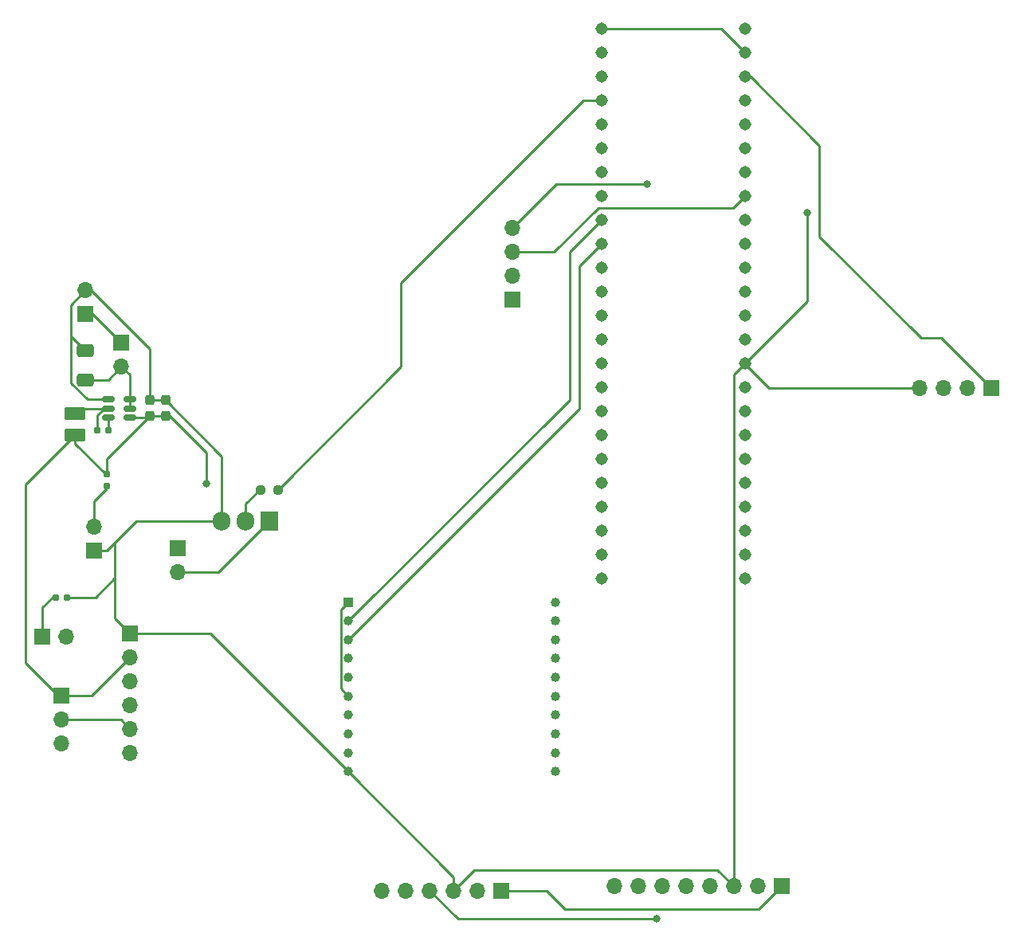
<source format=gbr>
%TF.GenerationSoftware,KiCad,Pcbnew,7.0.10*%
%TF.CreationDate,2024-03-13T10:09:45-04:00*%
%TF.ProjectId,MainPCB,4d61696e-5043-4422-9e6b-696361645f70,rev?*%
%TF.SameCoordinates,Original*%
%TF.FileFunction,Copper,L1,Top*%
%TF.FilePolarity,Positive*%
%FSLAX46Y46*%
G04 Gerber Fmt 4.6, Leading zero omitted, Abs format (unit mm)*
G04 Created by KiCad (PCBNEW 7.0.10) date 2024-03-13 10:09:45*
%MOMM*%
%LPD*%
G01*
G04 APERTURE LIST*
G04 Aperture macros list*
%AMRoundRect*
0 Rectangle with rounded corners*
0 $1 Rounding radius*
0 $2 $3 $4 $5 $6 $7 $8 $9 X,Y pos of 4 corners*
0 Add a 4 corners polygon primitive as box body*
4,1,4,$2,$3,$4,$5,$6,$7,$8,$9,$2,$3,0*
0 Add four circle primitives for the rounded corners*
1,1,$1+$1,$2,$3*
1,1,$1+$1,$4,$5*
1,1,$1+$1,$6,$7*
1,1,$1+$1,$8,$9*
0 Add four rect primitives between the rounded corners*
20,1,$1+$1,$2,$3,$4,$5,0*
20,1,$1+$1,$4,$5,$6,$7,0*
20,1,$1+$1,$6,$7,$8,$9,0*
20,1,$1+$1,$8,$9,$2,$3,0*%
G04 Aperture macros list end*
%TA.AperFunction,ComponentPad*%
%ADD10R,1.700000X1.700000*%
%TD*%
%TA.AperFunction,ComponentPad*%
%ADD11O,1.700000X1.700000*%
%TD*%
%TA.AperFunction,ComponentPad*%
%ADD12C,1.308000*%
%TD*%
%TA.AperFunction,SMDPad,CuDef*%
%ADD13RoundRect,0.155000X0.212500X0.155000X-0.212500X0.155000X-0.212500X-0.155000X0.212500X-0.155000X0*%
%TD*%
%TA.AperFunction,SMDPad,CuDef*%
%ADD14RoundRect,0.237500X-0.237500X0.300000X-0.237500X-0.300000X0.237500X-0.300000X0.237500X0.300000X0*%
%TD*%
%TA.AperFunction,SMDPad,CuDef*%
%ADD15RoundRect,0.160000X0.160000X-0.197500X0.160000X0.197500X-0.160000X0.197500X-0.160000X-0.197500X0*%
%TD*%
%TA.AperFunction,SMDPad,CuDef*%
%ADD16RoundRect,0.160000X0.197500X0.160000X-0.197500X0.160000X-0.197500X-0.160000X0.197500X-0.160000X0*%
%TD*%
%TA.AperFunction,SMDPad,CuDef*%
%ADD17RoundRect,0.237500X-0.250000X-0.237500X0.250000X-0.237500X0.250000X0.237500X-0.250000X0.237500X0*%
%TD*%
%TA.AperFunction,SMDPad,CuDef*%
%ADD18RoundRect,0.250001X-0.849999X0.462499X-0.849999X-0.462499X0.849999X-0.462499X0.849999X0.462499X0*%
%TD*%
%TA.AperFunction,ComponentPad*%
%ADD19R,1.905000X2.000000*%
%TD*%
%TA.AperFunction,ComponentPad*%
%ADD20O,1.905000X2.000000*%
%TD*%
%TA.AperFunction,SMDPad,CuDef*%
%ADD21RoundRect,0.250000X0.650000X-0.412500X0.650000X0.412500X-0.650000X0.412500X-0.650000X-0.412500X0*%
%TD*%
%TA.AperFunction,ComponentPad*%
%ADD22R,1.008000X1.008000*%
%TD*%
%TA.AperFunction,ComponentPad*%
%ADD23C,1.008000*%
%TD*%
%TA.AperFunction,SMDPad,CuDef*%
%ADD24RoundRect,0.150000X0.512500X0.150000X-0.512500X0.150000X-0.512500X-0.150000X0.512500X-0.150000X0*%
%TD*%
%TA.AperFunction,ViaPad*%
%ADD25C,0.800000*%
%TD*%
%TA.AperFunction,Conductor*%
%ADD26C,0.250000*%
%TD*%
G04 APERTURE END LIST*
D10*
%TO.P,Buzzer1,1,Pin_1*%
%TO.N,Net-(Buzzer1-Pin_1)*%
X44960000Y-109750000D03*
D11*
%TO.P,Buzzer1,2,Pin_2*%
%TO.N,Net-(Buzzer1-Pin_2)*%
X47500000Y-109750000D03*
%TD*%
D10*
%TO.P,ASPD-4525,1,GND*%
%TO.N,GND*%
X54300000Y-109390000D03*
D11*
%TO.P,ASPD-4525,2,5V*%
%TO.N,+5V*%
X54300000Y-111930000D03*
%TO.P,ASPD-4525,3,SCL*%
%TO.N,Net-(ASPD-4525-SCL)*%
X54300000Y-114470000D03*
%TO.P,ASPD-4525,4,SDA*%
%TO.N,Net-(ASPD-4525-SDA)*%
X54300000Y-117010000D03*
%TO.P,ASPD-4525,5,GND*%
%TO.N,GND*%
X54300000Y-119550000D03*
%TO.P,ASPD-4525,6,3V3*%
%TO.N,unconnected-(ASPD-4525-3V3-Pad6)*%
X54300000Y-122090000D03*
%TD*%
D12*
%TO.P,TEENSY1,0,RX1*%
%TO.N,Net-(GPS6MV2-TX)*%
X104360000Y-47680000D03*
%TO.P,TEENSY1,1,TX1*%
%TO.N,Net-(GPS6MV2-RX)*%
X104360000Y-50220000D03*
%TO.P,TEENSY1,2,OUT2*%
%TO.N,Net-(TEENSY1-OUT2)*%
X104360000Y-52760000D03*
%TO.P,TEENSY1,3,LRCLK2*%
%TO.N,Net-(Buzzer1-Pin_2)*%
X104360000Y-55300000D03*
%TO.P,TEENSY1,3.3V_1,3.3V*%
%TO.N,Net-(GPS6MV2-Vcc)*%
X104360000Y-80700000D03*
%TO.P,TEENSY1,3.3V_2,3.3V*%
X119600000Y-50220000D03*
%TO.P,TEENSY1,4,BCLK2*%
%TO.N,unconnected-(TEENSY1-BCLK2-Pad4)*%
X104360000Y-57840000D03*
%TO.P,TEENSY1,5,IN2*%
%TO.N,unconnected-(TEENSY1-IN2-Pad5)*%
X104360000Y-60380000D03*
%TO.P,TEENSY1,6,OUT1D*%
%TO.N,Net-(Servo1-Pin_3)*%
X104360000Y-62920000D03*
%TO.P,TEENSY1,7,RX2*%
%TO.N,Net-(TEENSY1-RX2)*%
X104360000Y-65460000D03*
%TO.P,TEENSY1,8,TX2*%
%TO.N,Net-(TEENSY1-TX2)*%
X104360000Y-68000000D03*
%TO.P,TEENSY1,9,OUT1C*%
%TO.N,unconnected-(TEENSY1-OUT1C-Pad9)*%
X104360000Y-70540000D03*
%TO.P,TEENSY1,10,CS1*%
%TO.N,unconnected-(TEENSY1-CS1-Pad10)*%
X104360000Y-73080000D03*
%TO.P,TEENSY1,11,MOSI*%
%TO.N,unconnected-(TEENSY1-MOSI-Pad11)*%
X104360000Y-75620000D03*
%TO.P,TEENSY1,12,MISO*%
%TO.N,unconnected-(TEENSY1-MISO-Pad12)*%
X104360000Y-78160000D03*
%TO.P,TEENSY1,13,SCK*%
%TO.N,unconnected-(TEENSY1-SCK-Pad13)*%
X119600000Y-78160000D03*
%TO.P,TEENSY1,14,A0*%
%TO.N,unconnected-(TEENSY1-A0-Pad14)*%
X119600000Y-75620000D03*
%TO.P,TEENSY1,15,A1*%
%TO.N,unconnected-(TEENSY1-A1-Pad15)*%
X119600000Y-73080000D03*
%TO.P,TEENSY1,16,A2*%
%TO.N,unconnected-(TEENSY1-A2-Pad16)*%
X119600000Y-70540000D03*
%TO.P,TEENSY1,17,A3*%
%TO.N,unconnected-(TEENSY1-A3-Pad17)*%
X119600000Y-68000000D03*
%TO.P,TEENSY1,18,A4*%
%TO.N,Net-(ASPD-4525-SDA)*%
X119600000Y-65460000D03*
%TO.P,TEENSY1,19,A5*%
%TO.N,Net-(ASPD-4525-SCL)*%
X119600000Y-62920000D03*
%TO.P,TEENSY1,20,A6*%
%TO.N,unconnected-(TEENSY1-A6-Pad20)*%
X119600000Y-60380000D03*
%TO.P,TEENSY1,21,A7*%
%TO.N,unconnected-(TEENSY1-A7-Pad21)*%
X119600000Y-57840000D03*
%TO.P,TEENSY1,22,A8*%
%TO.N,unconnected-(TEENSY1-A8-Pad22)*%
X119600000Y-55300000D03*
%TO.P,TEENSY1,23,A9*%
%TO.N,unconnected-(TEENSY1-A9-Pad23)*%
X119600000Y-52760000D03*
%TO.P,TEENSY1,24,A10*%
%TO.N,unconnected-(TEENSY1-A10-Pad24)*%
X104360000Y-83240000D03*
%TO.P,TEENSY1,25,A11*%
%TO.N,unconnected-(TEENSY1-A11-Pad25)*%
X104360000Y-85780000D03*
%TO.P,TEENSY1,26,A12*%
%TO.N,unconnected-(TEENSY1-A12-Pad26)*%
X104360000Y-88320000D03*
%TO.P,TEENSY1,27,A13*%
%TO.N,unconnected-(TEENSY1-A13-Pad27)*%
X104360000Y-90860000D03*
%TO.P,TEENSY1,28,RX7*%
%TO.N,unconnected-(TEENSY1-RX7-Pad28)*%
X104360000Y-93400000D03*
%TO.P,TEENSY1,29,TX7*%
%TO.N,unconnected-(TEENSY1-TX7-Pad29)*%
X104360000Y-95940000D03*
%TO.P,TEENSY1,30,CRX3*%
%TO.N,unconnected-(TEENSY1-CRX3-Pad30)*%
X104360000Y-98480000D03*
%TO.P,TEENSY1,31,CTX3*%
%TO.N,unconnected-(TEENSY1-CTX3-Pad31)*%
X104360000Y-101020000D03*
%TO.P,TEENSY1,32,OUT1B*%
%TO.N,unconnected-(TEENSY1-OUT1B-Pad32)*%
X104360000Y-103560000D03*
%TO.P,TEENSY1,33,MCLK2*%
%TO.N,unconnected-(TEENSY1-MCLK2-Pad33)*%
X119600000Y-103560000D03*
%TO.P,TEENSY1,34,RX8*%
%TO.N,unconnected-(TEENSY1-RX8-Pad34)*%
X119600000Y-101020000D03*
%TO.P,TEENSY1,35,TX8*%
%TO.N,unconnected-(TEENSY1-TX8-Pad35)*%
X119600000Y-98480000D03*
%TO.P,TEENSY1,36,CS2*%
%TO.N,unconnected-(TEENSY1-CS2-Pad36)*%
X119600000Y-95940000D03*
%TO.P,TEENSY1,37,CS3*%
%TO.N,unconnected-(TEENSY1-CS3-Pad37)*%
X119600000Y-93400000D03*
%TO.P,TEENSY1,38,A14*%
%TO.N,unconnected-(TEENSY1-A14-Pad38)*%
X119600000Y-90860000D03*
%TO.P,TEENSY1,39,A15*%
%TO.N,unconnected-(TEENSY1-A15-Pad39)*%
X119600000Y-88320000D03*
%TO.P,TEENSY1,40,A16*%
%TO.N,unconnected-(TEENSY1-A16-Pad40)*%
X119600000Y-85780000D03*
%TO.P,TEENSY1,41,A17*%
%TO.N,unconnected-(TEENSY1-A17-Pad41)*%
X119600000Y-83240000D03*
%TO.P,TEENSY1,GND1,GND*%
%TO.N,GND*%
X104360000Y-45140000D03*
%TO.P,TEENSY1,GND2,GND*%
X119600000Y-80700000D03*
%TO.P,TEENSY1,GND3,GND*%
X119600000Y-47680000D03*
%TO.P,TEENSY1,VIN,VIN*%
%TO.N,+5V*%
X119600000Y-45140000D03*
%TD*%
D13*
%TO.P,C2,1*%
%TO.N,Net-(U1-BST)*%
X51943000Y-87757000D03*
%TO.P,C2,2*%
%TO.N,Net-(U1-SW)*%
X50808000Y-87757000D03*
%TD*%
D10*
%TO.P,Solenoid1,1,Pin_1*%
%TO.N,+5V*%
X59309000Y-100330000D03*
D11*
%TO.P,Solenoid1,2,Pin_2*%
%TO.N,Net-(Q1-D)*%
X59309000Y-102870000D03*
%TD*%
D14*
%TO.P,C3,1*%
%TO.N,GND*%
X58039000Y-84582000D03*
%TO.P,C3,2*%
%TO.N,+5V*%
X58039000Y-86307000D03*
%TD*%
D15*
%TO.P,R1,1*%
%TO.N,Net-(D1-A)*%
X51816000Y-93688500D03*
%TO.P,R1,2*%
%TO.N,+5V*%
X51816000Y-92493500D03*
%TD*%
D16*
%TO.P,R2,1*%
%TO.N,GND*%
X47564000Y-105537000D03*
%TO.P,R2,2*%
%TO.N,Net-(Buzzer1-Pin_1)*%
X46369000Y-105537000D03*
%TD*%
D10*
%TO.P,GPS6MV2,1,Vcc*%
%TO.N,Net-(GPS6MV2-Vcc)*%
X145810000Y-83325000D03*
D11*
%TO.P,GPS6MV2,2,RX*%
%TO.N,Net-(GPS6MV2-RX)*%
X143270000Y-83325000D03*
%TO.P,GPS6MV2,3,TX*%
%TO.N,Net-(GPS6MV2-TX)*%
X140730000Y-83325000D03*
%TO.P,GPS6MV2,4,GND*%
%TO.N,GND*%
X138190000Y-83325000D03*
%TD*%
D10*
%TO.P,Servo1,1,Pin_1*%
%TO.N,+5V*%
X47000000Y-116010000D03*
D11*
%TO.P,Servo1,2,Pin_2*%
%TO.N,GND*%
X47000000Y-118550000D03*
%TO.P,Servo1,3,Pin_3*%
%TO.N,Net-(Servo1-Pin_3)*%
X47000000Y-121090000D03*
%TD*%
D10*
%TO.P,BMP390,1,VIN*%
%TO.N,+5V*%
X123490000Y-136220000D03*
D11*
%TO.P,BMP390,2,3Vo*%
%TO.N,unconnected-(BMP390-3Vo-Pad2)*%
X120950000Y-136220000D03*
%TO.P,BMP390,3,GND*%
%TO.N,GND*%
X118410000Y-136220000D03*
%TO.P,BMP390,4,SCL*%
%TO.N,Net-(ASPD-4525-SCL)*%
X115870000Y-136220000D03*
%TO.P,BMP390,5,SDO*%
%TO.N,unconnected-(BMP390-SDO-Pad5)*%
X113330000Y-136220000D03*
%TO.P,BMP390,6,SDA*%
%TO.N,Net-(ASPD-4525-SDA)*%
X110790000Y-136220000D03*
%TO.P,BMP390,7,CS*%
%TO.N,unconnected-(BMP390-CS-Pad7)*%
X108250000Y-136220000D03*
%TO.P,BMP390,8,INT*%
%TO.N,unconnected-(BMP390-INT-Pad8)*%
X105710000Y-136220000D03*
%TD*%
D17*
%TO.P,R3,1*%
%TO.N,Net-(Q1-G)*%
X68152000Y-94107000D03*
%TO.P,R3,2*%
%TO.N,Net-(TEENSY1-OUT2)*%
X69977000Y-94107000D03*
%TD*%
D18*
%TO.P,L1,1,1*%
%TO.N,Net-(U1-SW)*%
X48446500Y-85979000D03*
%TO.P,L1,2,2*%
%TO.N,+5V*%
X48446500Y-88304000D03*
%TD*%
D10*
%TO.P,LSM6DSOX+LIS3MDL1,1,Vin*%
%TO.N,+5V*%
X93750000Y-136700000D03*
D11*
%TO.P,LSM6DSOX+LIS3MDL1,2,3vo*%
%TO.N,unconnected-(LSM6DSOX+LIS3MDL1-3vo-Pad2)*%
X91210000Y-136700000D03*
%TO.P,LSM6DSOX+LIS3MDL1,3,GND*%
%TO.N,GND*%
X88670000Y-136700000D03*
%TO.P,LSM6DSOX+LIS3MDL1,4,SCL*%
%TO.N,Net-(ASPD-4525-SCL)*%
X86130000Y-136700000D03*
%TO.P,LSM6DSOX+LIS3MDL1,5,SDA*%
%TO.N,Net-(ASPD-4525-SDA)*%
X83590000Y-136700000D03*
%TO.P,LSM6DSOX+LIS3MDL1,6,INT2*%
%TO.N,unconnected-(LSM6DSOX+LIS3MDL1-INT2-Pad6)*%
X81050000Y-136700000D03*
%TD*%
D19*
%TO.P,Q1,1,D*%
%TO.N,Net-(Q1-D)*%
X69100000Y-97450000D03*
D20*
%TO.P,Q1,2,G*%
%TO.N,Net-(Q1-G)*%
X66560000Y-97450000D03*
%TO.P,Q1,3,S*%
%TO.N,GND*%
X64020000Y-97450000D03*
%TD*%
D14*
%TO.P,C4,1*%
%TO.N,GND*%
X56388000Y-84582000D03*
%TO.P,C4,2*%
%TO.N,+5V*%
X56388000Y-86307000D03*
%TD*%
D21*
%TO.P,C1,1*%
%TO.N,Net-(U1-EN)*%
X49530000Y-82423000D03*
%TO.P,C1,2*%
%TO.N,GND*%
X49530000Y-79298000D03*
%TD*%
D22*
%TO.P,XBEE1,1,1*%
%TO.N,Net-(GPS6MV2-Vcc)*%
X77500000Y-106050000D03*
D23*
%TO.P,XBEE1,2,2*%
%TO.N,Net-(TEENSY1-RX2)*%
X77500000Y-108050000D03*
%TO.P,XBEE1,3,3*%
%TO.N,Net-(TEENSY1-TX2)*%
X77500000Y-110050000D03*
%TO.P,XBEE1,4,4*%
%TO.N,unconnected-(XBEE1-Pad4)*%
X77500000Y-112050000D03*
%TO.P,XBEE1,5,5*%
%TO.N,unconnected-(XBEE1-Pad5)*%
X77500000Y-114050000D03*
%TO.P,XBEE1,6,6*%
%TO.N,Net-(GPS6MV2-Vcc)*%
X77500000Y-116050000D03*
%TO.P,XBEE1,7,7*%
%TO.N,unconnected-(XBEE1-Pad7)*%
X77500000Y-118050000D03*
%TO.P,XBEE1,8,8*%
%TO.N,unconnected-(XBEE1-Pad8)*%
X77500000Y-120050000D03*
%TO.P,XBEE1,9,9*%
%TO.N,unconnected-(XBEE1-Pad9)*%
X77500000Y-122050000D03*
%TO.P,XBEE1,10,10*%
%TO.N,GND*%
X77500000Y-124050000D03*
%TO.P,XBEE1,11,11*%
%TO.N,unconnected-(XBEE1-Pad11)*%
X99500000Y-124050000D03*
%TO.P,XBEE1,12,12*%
%TO.N,unconnected-(XBEE1-Pad12)*%
X99500000Y-122050000D03*
%TO.P,XBEE1,13,13*%
%TO.N,unconnected-(XBEE1-Pad13)*%
X99500000Y-120050000D03*
%TO.P,XBEE1,14,14*%
%TO.N,unconnected-(XBEE1-Pad14)*%
X99500000Y-118050000D03*
%TO.P,XBEE1,15,15*%
%TO.N,unconnected-(XBEE1-Pad15)*%
X99500000Y-116050000D03*
%TO.P,XBEE1,16,16*%
%TO.N,unconnected-(XBEE1-Pad16)*%
X99500000Y-114050000D03*
%TO.P,XBEE1,17,17*%
%TO.N,unconnected-(XBEE1-Pad17)*%
X99500000Y-112050000D03*
%TO.P,XBEE1,18,18*%
%TO.N,unconnected-(XBEE1-Pad18)*%
X99500000Y-110050000D03*
%TO.P,XBEE1,19,19*%
%TO.N,unconnected-(XBEE1-Pad19)*%
X99500000Y-108050000D03*
%TO.P,XBEE1,20,20*%
%TO.N,unconnected-(XBEE1-Pad20)*%
X99500000Y-106050000D03*
%TD*%
D10*
%TO.P,SW1,1*%
%TO.N,Net-(Power1-Pin_1)*%
X53340000Y-78486000D03*
D11*
%TO.P,SW1,2*%
%TO.N,Net-(U1-EN)*%
X53340000Y-81026000D03*
%TD*%
D24*
%TO.P,U1,1,FB*%
%TO.N,+5V*%
X54223500Y-86421000D03*
%TO.P,U1,2,EN*%
%TO.N,Net-(U1-EN)*%
X54223500Y-85471000D03*
%TO.P,U1,3,IN*%
X54223500Y-84521000D03*
%TO.P,U1,4,GND*%
%TO.N,GND*%
X51948500Y-84521000D03*
%TO.P,U1,5,SW*%
%TO.N,Net-(U1-SW)*%
X51948500Y-85471000D03*
%TO.P,U1,6,BST*%
%TO.N,Net-(U1-BST)*%
X51948500Y-86421000D03*
%TD*%
D10*
%TO.P,D1,1,K*%
%TO.N,GND*%
X50450000Y-100600000D03*
D11*
%TO.P,D1,2,A*%
%TO.N,Net-(D1-A)*%
X50450000Y-98060000D03*
%TD*%
D10*
%TO.P,Power1,1,Pin_1*%
%TO.N,Net-(Power1-Pin_1)*%
X49555000Y-75458000D03*
D11*
%TO.P,Power1,2,Pin_2*%
%TO.N,GND*%
X49555000Y-72918000D03*
%TD*%
D10*
%TO.P,SEN291,1,Vcc*%
%TO.N,+5V*%
X94932500Y-73880500D03*
D11*
%TO.P,SEN291,2,GND*%
%TO.N,GND*%
X94932500Y-71340500D03*
%TO.P,SEN291,3,SCL*%
%TO.N,Net-(ASPD-4525-SCL)*%
X94932500Y-68800500D03*
%TO.P,SEN291,4,SDA*%
%TO.N,Net-(ASPD-4525-SDA)*%
X94932500Y-66260500D03*
%TD*%
D25*
%TO.N,Net-(ASPD-4525-SCL)*%
X110250000Y-139700000D03*
%TO.N,Net-(ASPD-4525-SDA)*%
X109220000Y-61595000D03*
%TO.N,+5V*%
X62357000Y-93472000D03*
%TO.N,GND*%
X126238000Y-64643000D03*
%TD*%
D26*
%TO.N,Net-(ASPD-4525-SCL)*%
X89130000Y-139700000D02*
X108650000Y-139700000D01*
X99347500Y-68800500D02*
X104013000Y-64135000D01*
X104013000Y-64135000D02*
X118385000Y-64135000D01*
X94932500Y-68800500D02*
X99347500Y-68800500D01*
X108650000Y-139700000D02*
X110250000Y-139700000D01*
X118385000Y-64135000D02*
X119600000Y-62920000D01*
X86130000Y-136700000D02*
X89130000Y-139700000D01*
%TO.N,Net-(ASPD-4525-SDA)*%
X104394000Y-61595000D02*
X109220000Y-61595000D01*
X99598000Y-61595000D02*
X104394000Y-61595000D01*
X94932500Y-66260500D02*
X99598000Y-61595000D01*
%TO.N,Net-(GPS6MV2-Vcc)*%
X127508000Y-57531000D02*
X120197000Y-50220000D01*
X77500000Y-106050000D02*
X76671000Y-106879000D01*
X76671000Y-115221000D02*
X77500000Y-116050000D01*
X140463000Y-77978000D02*
X138303000Y-77978000D01*
X127508000Y-67183000D02*
X127508000Y-57531000D01*
X145810000Y-83325000D02*
X140463000Y-77978000D01*
X120197000Y-50220000D02*
X119600000Y-50220000D01*
X138303000Y-77978000D02*
X127508000Y-67183000D01*
X76671000Y-106879000D02*
X76671000Y-115221000D01*
%TO.N,Net-(TEENSY1-RX2)*%
X100965000Y-68855000D02*
X100965000Y-84585000D01*
X104360000Y-65460000D02*
X100965000Y-68855000D01*
X100965000Y-84585000D02*
X77500000Y-108050000D01*
%TO.N,Net-(TEENSY1-TX2)*%
X104360000Y-68000000D02*
X102000000Y-70360000D01*
X102000000Y-85550000D02*
X77500000Y-110050000D01*
X102000000Y-70360000D02*
X102000000Y-85550000D01*
%TO.N,+5V*%
X58039000Y-86307000D02*
X58494000Y-86307000D01*
X62357000Y-90170000D02*
X62357000Y-93472000D01*
X48446500Y-89213500D02*
X48446500Y-88304000D01*
X54223500Y-86421000D02*
X56274000Y-86421000D01*
X51726500Y-92493500D02*
X48446500Y-89213500D01*
X46668000Y-116010000D02*
X47000000Y-116010000D01*
X56274000Y-86421000D02*
X56388000Y-86307000D01*
X123490000Y-136220000D02*
X123680000Y-136220000D01*
X48446500Y-88304000D02*
X43180000Y-93570500D01*
X51816000Y-90879000D02*
X51816000Y-92493500D01*
X43180000Y-112522000D02*
X46668000Y-116010000D01*
X50220000Y-116010000D02*
X54300000Y-111930000D01*
X93750000Y-136700000D02*
X98550000Y-136700000D01*
X47000000Y-116010000D02*
X50220000Y-116010000D01*
X51816000Y-92493500D02*
X51726500Y-92493500D01*
X121060000Y-138650000D02*
X123490000Y-136220000D01*
X43180000Y-93570500D02*
X43180000Y-112522000D01*
X100500000Y-138650000D02*
X121060000Y-138650000D01*
X51816000Y-90879000D02*
X56388000Y-86307000D01*
X98550000Y-136700000D02*
X100500000Y-138650000D01*
X58494000Y-86307000D02*
X62357000Y-90170000D01*
X56388000Y-86307000D02*
X58039000Y-86307000D01*
%TO.N,GND*%
X88670000Y-136700000D02*
X88670000Y-135279000D01*
X50613000Y-105537000D02*
X52655000Y-103495000D01*
X54300000Y-109390000D02*
X62840000Y-109390000D01*
X64020000Y-97450000D02*
X55626000Y-97450000D01*
X88670000Y-136700000D02*
X90877000Y-134493000D01*
X52655000Y-99750000D02*
X52655000Y-100600000D01*
X48006000Y-77774000D02*
X49530000Y-79298000D01*
X118410000Y-81890000D02*
X118410000Y-136220000D01*
X124714000Y-75565000D02*
X124714000Y-75586000D01*
X119600000Y-80700000D02*
X118410000Y-81890000D01*
X49745400Y-84521000D02*
X48006000Y-82781600D01*
X52655000Y-99750000D02*
X54955000Y-97450000D01*
X126238000Y-74041000D02*
X124714000Y-75565000D01*
X64020000Y-97450000D02*
X64020000Y-90563000D01*
X48006000Y-74467000D02*
X48006000Y-77774000D01*
X64020000Y-90563000D02*
X58039000Y-84582000D01*
X119600000Y-80738000D02*
X119600000Y-80700000D01*
X54300000Y-109390000D02*
X52655000Y-107745000D01*
X49555000Y-72918000D02*
X48006000Y-74467000D01*
X52655000Y-107745000D02*
X52655000Y-102800000D01*
X122187000Y-83325000D02*
X119600000Y-80738000D01*
X56388000Y-79184000D02*
X50122000Y-72918000D01*
X116683000Y-134493000D02*
X118410000Y-136220000D01*
X88670000Y-135279000D02*
X77350000Y-123959000D01*
X77350000Y-123959000D02*
X77350000Y-123900000D01*
X51805000Y-100600000D02*
X52655000Y-99750000D01*
X54955000Y-97450000D02*
X55626000Y-97450000D01*
X62840000Y-109390000D02*
X77500000Y-124050000D01*
X52655000Y-103495000D02*
X52655000Y-102800000D01*
X50122000Y-72918000D02*
X49555000Y-72918000D01*
X52655000Y-102600000D02*
X52655000Y-102800000D01*
X56388000Y-84582000D02*
X58039000Y-84582000D01*
X126238000Y-64643000D02*
X126238000Y-74041000D01*
X117060000Y-45140000D02*
X119600000Y-47680000D01*
X51948500Y-84521000D02*
X49745400Y-84521000D01*
X56388000Y-84582000D02*
X56388000Y-79184000D01*
X104360000Y-45140000D02*
X117060000Y-45140000D01*
X48006000Y-82781600D02*
X48006000Y-77774000D01*
X124714000Y-75586000D02*
X119600000Y-80700000D01*
X90877000Y-134493000D02*
X116683000Y-134493000D01*
X52655000Y-100600000D02*
X52655000Y-102600000D01*
X47000000Y-118550000D02*
X53300000Y-118550000D01*
X47879000Y-105537000D02*
X50613000Y-105537000D01*
X53300000Y-118550000D02*
X54300000Y-119550000D01*
X50450000Y-100600000D02*
X51805000Y-100600000D01*
X138190000Y-83325000D02*
X122187000Y-83325000D01*
%TO.N,Net-(D1-A)*%
X50546000Y-97964000D02*
X50450000Y-98060000D01*
X50450000Y-98060000D02*
X50450000Y-95369500D01*
X50450000Y-95369500D02*
X51816000Y-94003500D01*
%TO.N,Net-(Q1-G)*%
X66560000Y-95619000D02*
X66560000Y-97450000D01*
X68072000Y-94107000D02*
X66560000Y-95619000D01*
X68152000Y-94107000D02*
X68072000Y-94107000D01*
%TO.N,Net-(Buzzer1-Pin_1)*%
X44958000Y-106633000D02*
X44958000Y-109748000D01*
X44958000Y-109748000D02*
X44960000Y-109750000D01*
X46054000Y-105537000D02*
X44958000Y-106633000D01*
%TO.N,Net-(Q1-D)*%
X63676396Y-102870000D02*
X63678198Y-102871802D01*
X69100000Y-97450000D02*
X63678198Y-102871802D01*
X59309000Y-102870000D02*
X63676396Y-102870000D01*
%TO.N,Net-(TEENSY1-OUT2)*%
X102434000Y-52760000D02*
X104360000Y-52760000D01*
X83058000Y-81026000D02*
X83058000Y-72136000D01*
X83058000Y-72136000D02*
X102434000Y-52760000D01*
X69977000Y-94107000D02*
X83058000Y-81026000D01*
%TO.N,Net-(Power1-Pin_1)*%
X49555000Y-75458000D02*
X50312000Y-75458000D01*
X50312000Y-75458000D02*
X53340000Y-78486000D01*
%TO.N,Net-(U1-BST)*%
X51943000Y-87757000D02*
X51943000Y-86426500D01*
X51943000Y-86426500D02*
X51948500Y-86421000D01*
%TO.N,Net-(U1-EN)*%
X54223500Y-81909500D02*
X54223500Y-84521000D01*
X49530000Y-82423000D02*
X51943000Y-82423000D01*
X54223500Y-84521000D02*
X54223500Y-85471000D01*
X51943000Y-82423000D02*
X53340000Y-81026000D01*
X53340000Y-81026000D02*
X54223500Y-81909500D01*
%TO.N,Net-(U1-SW)*%
X50808000Y-86223092D02*
X50808000Y-87757000D01*
X51948500Y-85471000D02*
X51560092Y-85471000D01*
X51560092Y-85471000D02*
X50808000Y-86223092D01*
X48954500Y-85471000D02*
X48446500Y-85979000D01*
X51948500Y-85471000D02*
X48954500Y-85471000D01*
%TD*%
M02*

</source>
